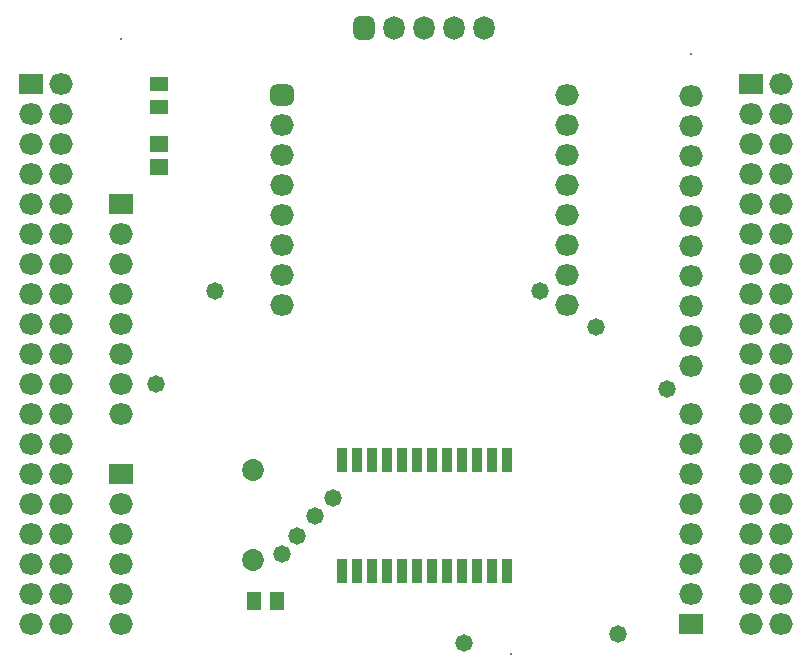
<source format=gts>
G04*
G04 #@! TF.GenerationSoftware,Altium Limited,Altium Designer,18.1.6 (161)*
G04*
G04 Layer_Color=8388736*
%FSTAX24Y24*%
%MOIN*%
G70*
G01*
G75*
%ADD17R,0.0493X0.0611*%
%ADD18R,0.0611X0.0493*%
%ADD19R,0.0592X0.0552*%
%ADD20O,0.0789X0.0710*%
%ADD21R,0.0789X0.0710*%
%ADD22C,0.0080*%
G04:AMPARAMS|DCode=23|XSize=71mil|YSize=78.9mil|CornerRadius=19.7mil|HoleSize=0mil|Usage=FLASHONLY|Rotation=0.000|XOffset=0mil|YOffset=0mil|HoleType=Round|Shape=RoundedRectangle|*
%AMROUNDEDRECTD23*
21,1,0.0710,0.0394,0,0,0.0*
21,1,0.0315,0.0789,0,0,0.0*
1,1,0.0395,0.0157,-0.0197*
1,1,0.0395,-0.0157,-0.0197*
1,1,0.0395,-0.0157,0.0197*
1,1,0.0395,0.0157,0.0197*
%
%ADD23ROUNDEDRECTD23*%
%ADD24O,0.0710X0.0789*%
G04:AMPARAMS|DCode=25|XSize=71mil|YSize=78.9mil|CornerRadius=19.7mil|HoleSize=0mil|Usage=FLASHONLY|Rotation=270.000|XOffset=0mil|YOffset=0mil|HoleType=Round|Shape=RoundedRectangle|*
%AMROUNDEDRECTD25*
21,1,0.0710,0.0394,0,0,270.0*
21,1,0.0315,0.0789,0,0,270.0*
1,1,0.0395,-0.0197,-0.0157*
1,1,0.0395,-0.0197,0.0157*
1,1,0.0395,0.0197,0.0157*
1,1,0.0395,0.0197,-0.0157*
%
%ADD25ROUNDEDRECTD25*%
%ADD26O,0.0789X0.0710*%
%ADD27R,0.0336X0.0838*%
%ADD28C,0.0730*%
%ADD29C,0.0580*%
D17*
X038691Y021949D02*
D03*
X039459D02*
D03*
D18*
X035531Y038411D02*
D03*
Y039179D02*
D03*
D19*
Y036427D02*
D03*
Y037195D02*
D03*
D20*
X05328Y038795D02*
D03*
Y037795D02*
D03*
Y036795D02*
D03*
Y035795D02*
D03*
Y034795D02*
D03*
Y033795D02*
D03*
Y032795D02*
D03*
Y031795D02*
D03*
Y030795D02*
D03*
Y029795D02*
D03*
X05628Y039197D02*
D03*
X05528Y038197D02*
D03*
X05628D02*
D03*
X05528Y037197D02*
D03*
X05628D02*
D03*
X05528Y036197D02*
D03*
X05628D02*
D03*
X05528Y035197D02*
D03*
X05628D02*
D03*
X05528Y034197D02*
D03*
X05628D02*
D03*
X05528Y033197D02*
D03*
X05628D02*
D03*
X05528Y032197D02*
D03*
X05628D02*
D03*
X05528Y031197D02*
D03*
X05628D02*
D03*
X05528Y030197D02*
D03*
X05628D02*
D03*
X05528Y029197D02*
D03*
X05628D02*
D03*
X05528Y028197D02*
D03*
X05628D02*
D03*
X05528Y027197D02*
D03*
X05628D02*
D03*
X05528Y026197D02*
D03*
X05628D02*
D03*
X05528Y025197D02*
D03*
X05628D02*
D03*
X05528Y024197D02*
D03*
X05628D02*
D03*
X05528Y023197D02*
D03*
X05628D02*
D03*
X05528Y022197D02*
D03*
X05628D02*
D03*
X05528Y021197D02*
D03*
X05628D02*
D03*
X03228Y039197D02*
D03*
X03128Y038197D02*
D03*
X03228D02*
D03*
X03128Y037197D02*
D03*
X03228D02*
D03*
X03128Y036197D02*
D03*
X03228D02*
D03*
X03128Y035197D02*
D03*
X03228D02*
D03*
X03128Y034197D02*
D03*
X03228D02*
D03*
X03128Y033197D02*
D03*
X03228D02*
D03*
X03128Y032197D02*
D03*
X03228D02*
D03*
X03128Y031197D02*
D03*
X03228D02*
D03*
X03128Y030197D02*
D03*
X03228D02*
D03*
X03128Y029197D02*
D03*
X03228D02*
D03*
X03128Y028197D02*
D03*
X03228D02*
D03*
X03128Y027197D02*
D03*
X03228D02*
D03*
X03128Y026197D02*
D03*
X03228D02*
D03*
X03128Y025197D02*
D03*
X03228D02*
D03*
X03128Y024197D02*
D03*
X03228D02*
D03*
X03128Y023197D02*
D03*
X03228D02*
D03*
X03128Y022197D02*
D03*
X03228D02*
D03*
X03128Y021197D02*
D03*
X03228D02*
D03*
X03428Y025197D02*
D03*
Y024197D02*
D03*
Y023197D02*
D03*
Y022197D02*
D03*
Y021197D02*
D03*
Y028197D02*
D03*
Y029197D02*
D03*
Y030197D02*
D03*
Y031197D02*
D03*
Y032197D02*
D03*
Y033197D02*
D03*
Y034197D02*
D03*
X05328Y028197D02*
D03*
Y027197D02*
D03*
Y026197D02*
D03*
Y025197D02*
D03*
Y024197D02*
D03*
Y023197D02*
D03*
Y022197D02*
D03*
D21*
X05528Y039197D02*
D03*
X03128D02*
D03*
X03428Y026197D02*
D03*
Y035197D02*
D03*
X05328Y021197D02*
D03*
D22*
X03428Y040697D02*
D03*
X04728Y020197D02*
D03*
X05328Y040197D02*
D03*
D23*
X042374Y041043D02*
D03*
D24*
X043374D02*
D03*
X044374D02*
D03*
X045374D02*
D03*
X046374D02*
D03*
D25*
X039624Y038835D02*
D03*
D26*
Y037835D02*
D03*
Y036835D02*
D03*
Y035835D02*
D03*
Y034835D02*
D03*
Y033835D02*
D03*
Y032835D02*
D03*
Y031835D02*
D03*
X049124D02*
D03*
Y032835D02*
D03*
Y033835D02*
D03*
Y034835D02*
D03*
Y035835D02*
D03*
Y036835D02*
D03*
Y037835D02*
D03*
Y038835D02*
D03*
D27*
X047124Y026658D02*
D03*
X046624D02*
D03*
X046124D02*
D03*
X045624D02*
D03*
X045124D02*
D03*
X044624D02*
D03*
X044124D02*
D03*
X043624D02*
D03*
X043124D02*
D03*
X042624D02*
D03*
X042124D02*
D03*
X041624D02*
D03*
Y022948D02*
D03*
X042124D02*
D03*
X042624D02*
D03*
X043124D02*
D03*
X043624D02*
D03*
X044124D02*
D03*
X044624D02*
D03*
X045124D02*
D03*
X045624D02*
D03*
X046124D02*
D03*
X046624D02*
D03*
X047124D02*
D03*
D28*
X038681Y026327D02*
D03*
Y023327D02*
D03*
D29*
X052461Y029035D02*
D03*
X050098Y031102D02*
D03*
X048228Y032305D02*
D03*
X037402Y032283D02*
D03*
X039624Y023524D02*
D03*
X040748Y024803D02*
D03*
X041339Y025394D02*
D03*
X040157Y024114D02*
D03*
X050832Y020866D02*
D03*
X045696Y020571D02*
D03*
X035433Y029197D02*
D03*
M02*

</source>
